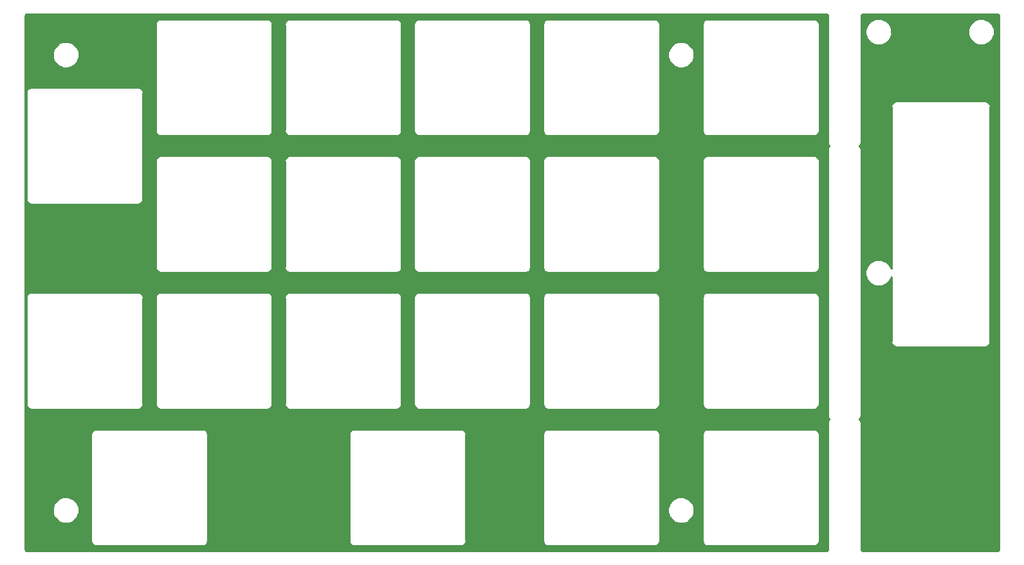
<source format=gbl>
G04 #@! TF.GenerationSoftware,KiCad,Pcbnew,(5.1.5)-3*
G04 #@! TF.CreationDate,2021-03-06T01:40:29+09:00*
G04 #@! TF.ProjectId,Setta21_Top,53657474-6132-4315-9f54-6f702e6b6963,rev?*
G04 #@! TF.SameCoordinates,Original*
G04 #@! TF.FileFunction,Copper,L2,Bot*
G04 #@! TF.FilePolarity,Positive*
%FSLAX46Y46*%
G04 Gerber Fmt 4.6, Leading zero omitted, Abs format (unit mm)*
G04 Created by KiCad (PCBNEW (5.1.5)-3) date 2021-03-06 01:40:30*
%MOMM*%
%LPD*%
G04 APERTURE LIST*
%ADD10C,0.254000*%
G04 APERTURE END LIST*
D10*
G36*
X191815000Y-58783736D02*
G01*
X191815001Y-129216263D01*
X191716264Y-129315000D01*
X173783736Y-129315000D01*
X173685000Y-129216264D01*
X173685000Y-112567462D01*
X173698419Y-112500000D01*
X173645255Y-112232727D01*
X173493857Y-112006143D01*
X173484663Y-112000000D01*
X173493857Y-111993857D01*
X173645255Y-111767273D01*
X173685000Y-111567462D01*
X173698419Y-111500000D01*
X173685000Y-111432538D01*
X173685000Y-92461593D01*
X174254677Y-92461593D01*
X174265000Y-92778284D01*
X174265000Y-93095113D01*
X174276210Y-93122176D01*
X174277164Y-93151453D01*
X174497901Y-93684359D01*
X174511293Y-93689716D01*
X174529138Y-93732799D01*
X175017201Y-94220862D01*
X175060284Y-94238707D01*
X175065641Y-94252099D01*
X175362171Y-94363753D01*
X175654887Y-94485000D01*
X175684177Y-94485000D01*
X175711593Y-94495323D01*
X176028284Y-94485000D01*
X176345113Y-94485000D01*
X176372176Y-94473790D01*
X176401453Y-94472836D01*
X176934359Y-94252099D01*
X176939716Y-94238707D01*
X176982799Y-94220862D01*
X177470862Y-93732799D01*
X177488707Y-93689716D01*
X177502099Y-93684359D01*
X177613753Y-93387829D01*
X177665000Y-93264107D01*
X177665000Y-101732538D01*
X177651581Y-101800000D01*
X177704745Y-102067273D01*
X177856143Y-102293857D01*
X178082727Y-102445255D01*
X178350000Y-102498419D01*
X178417461Y-102485000D01*
X189932539Y-102485000D01*
X190000000Y-102498419D01*
X190267273Y-102445255D01*
X190493857Y-102293857D01*
X190645255Y-102067273D01*
X190685000Y-101867462D01*
X190685000Y-101867461D01*
X190698419Y-101800000D01*
X190685000Y-101732538D01*
X190685000Y-70867462D01*
X190698419Y-70800000D01*
X190645255Y-70532727D01*
X190493857Y-70306143D01*
X190267273Y-70154745D01*
X190067462Y-70115000D01*
X190067461Y-70115000D01*
X190000000Y-70101581D01*
X189932538Y-70115000D01*
X178417462Y-70115000D01*
X178350000Y-70101581D01*
X178282539Y-70115000D01*
X178282538Y-70115000D01*
X178082727Y-70154745D01*
X177856143Y-70306143D01*
X177704745Y-70532727D01*
X177651581Y-70800000D01*
X177665001Y-70867467D01*
X177665000Y-92208919D01*
X177502099Y-91815641D01*
X177488707Y-91810284D01*
X177470862Y-91767201D01*
X176982799Y-91279138D01*
X176939716Y-91261293D01*
X176934359Y-91247901D01*
X176637829Y-91136247D01*
X176345113Y-91015000D01*
X176315823Y-91015000D01*
X176288407Y-91004677D01*
X175971716Y-91015000D01*
X175654887Y-91015000D01*
X175627824Y-91026210D01*
X175598547Y-91027164D01*
X175065641Y-91247901D01*
X175060284Y-91261293D01*
X175017201Y-91279138D01*
X174529138Y-91767201D01*
X174511293Y-91810284D01*
X174497901Y-91815641D01*
X174386247Y-92112171D01*
X174265000Y-92404887D01*
X174265000Y-92434177D01*
X174254677Y-92461593D01*
X173685000Y-92461593D01*
X173685000Y-76567462D01*
X173698419Y-76500000D01*
X173645255Y-76232727D01*
X173493857Y-76006143D01*
X173484663Y-76000000D01*
X173493857Y-75993857D01*
X173645255Y-75767273D01*
X173698419Y-75500000D01*
X173685000Y-75432538D01*
X173685000Y-60711593D01*
X174254677Y-60711593D01*
X174265000Y-61028284D01*
X174265000Y-61345113D01*
X174276210Y-61372176D01*
X174277164Y-61401453D01*
X174497901Y-61934359D01*
X174511293Y-61939716D01*
X174529138Y-61982799D01*
X175017201Y-62470862D01*
X175060284Y-62488707D01*
X175065641Y-62502099D01*
X175362171Y-62613753D01*
X175654887Y-62735000D01*
X175684177Y-62735000D01*
X175711593Y-62745323D01*
X176028284Y-62735000D01*
X176345113Y-62735000D01*
X176372176Y-62723790D01*
X176401453Y-62722836D01*
X176934359Y-62502099D01*
X176939716Y-62488707D01*
X176982799Y-62470862D01*
X177470862Y-61982799D01*
X177488707Y-61939716D01*
X177502099Y-61934359D01*
X177613753Y-61637829D01*
X177735000Y-61345113D01*
X177735000Y-61315823D01*
X177745323Y-61288407D01*
X177735000Y-60971716D01*
X177735000Y-60711593D01*
X187754677Y-60711593D01*
X187765000Y-61028284D01*
X187765000Y-61345113D01*
X187776210Y-61372176D01*
X187777164Y-61401453D01*
X187997901Y-61934359D01*
X188011293Y-61939716D01*
X188029138Y-61982799D01*
X188517201Y-62470862D01*
X188560284Y-62488707D01*
X188565641Y-62502099D01*
X188862171Y-62613753D01*
X189154887Y-62735000D01*
X189184177Y-62735000D01*
X189211593Y-62745323D01*
X189528284Y-62735000D01*
X189845113Y-62735000D01*
X189872176Y-62723790D01*
X189901453Y-62722836D01*
X190434359Y-62502099D01*
X190439716Y-62488707D01*
X190482799Y-62470862D01*
X190970862Y-61982799D01*
X190988707Y-61939716D01*
X191002099Y-61934359D01*
X191113753Y-61637829D01*
X191235000Y-61345113D01*
X191235000Y-61315823D01*
X191245323Y-61288407D01*
X191235000Y-60971716D01*
X191235000Y-60654887D01*
X191223790Y-60627824D01*
X191222836Y-60598547D01*
X191002099Y-60065641D01*
X190988707Y-60060284D01*
X190970862Y-60017201D01*
X190482799Y-59529138D01*
X190439716Y-59511293D01*
X190434359Y-59497901D01*
X190137829Y-59386247D01*
X189845113Y-59265000D01*
X189815823Y-59265000D01*
X189788407Y-59254677D01*
X189471716Y-59265000D01*
X189154887Y-59265000D01*
X189127824Y-59276210D01*
X189098547Y-59277164D01*
X188565641Y-59497901D01*
X188560284Y-59511293D01*
X188517201Y-59529138D01*
X188029138Y-60017201D01*
X188011293Y-60060284D01*
X187997901Y-60065641D01*
X187886247Y-60362171D01*
X187765000Y-60654887D01*
X187765000Y-60684177D01*
X187754677Y-60711593D01*
X177735000Y-60711593D01*
X177735000Y-60654887D01*
X177723790Y-60627824D01*
X177722836Y-60598547D01*
X177502099Y-60065641D01*
X177488707Y-60060284D01*
X177470862Y-60017201D01*
X176982799Y-59529138D01*
X176939716Y-59511293D01*
X176934359Y-59497901D01*
X176637829Y-59386247D01*
X176345113Y-59265000D01*
X176315823Y-59265000D01*
X176288407Y-59254677D01*
X175971716Y-59265000D01*
X175654887Y-59265000D01*
X175627824Y-59276210D01*
X175598547Y-59277164D01*
X175065641Y-59497901D01*
X175060284Y-59511293D01*
X175017201Y-59529138D01*
X174529138Y-60017201D01*
X174511293Y-60060284D01*
X174497901Y-60065641D01*
X174386247Y-60362171D01*
X174265000Y-60654887D01*
X174265000Y-60684177D01*
X174254677Y-60711593D01*
X173685000Y-60711593D01*
X173685000Y-58783736D01*
X173783736Y-58685000D01*
X191716264Y-58685000D01*
X191815000Y-58783736D01*
G37*
X191815000Y-58783736D02*
X191815001Y-129216263D01*
X191716264Y-129315000D01*
X173783736Y-129315000D01*
X173685000Y-129216264D01*
X173685000Y-112567462D01*
X173698419Y-112500000D01*
X173645255Y-112232727D01*
X173493857Y-112006143D01*
X173484663Y-112000000D01*
X173493857Y-111993857D01*
X173645255Y-111767273D01*
X173685000Y-111567462D01*
X173698419Y-111500000D01*
X173685000Y-111432538D01*
X173685000Y-92461593D01*
X174254677Y-92461593D01*
X174265000Y-92778284D01*
X174265000Y-93095113D01*
X174276210Y-93122176D01*
X174277164Y-93151453D01*
X174497901Y-93684359D01*
X174511293Y-93689716D01*
X174529138Y-93732799D01*
X175017201Y-94220862D01*
X175060284Y-94238707D01*
X175065641Y-94252099D01*
X175362171Y-94363753D01*
X175654887Y-94485000D01*
X175684177Y-94485000D01*
X175711593Y-94495323D01*
X176028284Y-94485000D01*
X176345113Y-94485000D01*
X176372176Y-94473790D01*
X176401453Y-94472836D01*
X176934359Y-94252099D01*
X176939716Y-94238707D01*
X176982799Y-94220862D01*
X177470862Y-93732799D01*
X177488707Y-93689716D01*
X177502099Y-93684359D01*
X177613753Y-93387829D01*
X177665000Y-93264107D01*
X177665000Y-101732538D01*
X177651581Y-101800000D01*
X177704745Y-102067273D01*
X177856143Y-102293857D01*
X178082727Y-102445255D01*
X178350000Y-102498419D01*
X178417461Y-102485000D01*
X189932539Y-102485000D01*
X190000000Y-102498419D01*
X190267273Y-102445255D01*
X190493857Y-102293857D01*
X190645255Y-102067273D01*
X190685000Y-101867462D01*
X190685000Y-101867461D01*
X190698419Y-101800000D01*
X190685000Y-101732538D01*
X190685000Y-70867462D01*
X190698419Y-70800000D01*
X190645255Y-70532727D01*
X190493857Y-70306143D01*
X190267273Y-70154745D01*
X190067462Y-70115000D01*
X190067461Y-70115000D01*
X190000000Y-70101581D01*
X189932538Y-70115000D01*
X178417462Y-70115000D01*
X178350000Y-70101581D01*
X178282539Y-70115000D01*
X178282538Y-70115000D01*
X178082727Y-70154745D01*
X177856143Y-70306143D01*
X177704745Y-70532727D01*
X177651581Y-70800000D01*
X177665001Y-70867467D01*
X177665000Y-92208919D01*
X177502099Y-91815641D01*
X177488707Y-91810284D01*
X177470862Y-91767201D01*
X176982799Y-91279138D01*
X176939716Y-91261293D01*
X176934359Y-91247901D01*
X176637829Y-91136247D01*
X176345113Y-91015000D01*
X176315823Y-91015000D01*
X176288407Y-91004677D01*
X175971716Y-91015000D01*
X175654887Y-91015000D01*
X175627824Y-91026210D01*
X175598547Y-91027164D01*
X175065641Y-91247901D01*
X175060284Y-91261293D01*
X175017201Y-91279138D01*
X174529138Y-91767201D01*
X174511293Y-91810284D01*
X174497901Y-91815641D01*
X174386247Y-92112171D01*
X174265000Y-92404887D01*
X174265000Y-92434177D01*
X174254677Y-92461593D01*
X173685000Y-92461593D01*
X173685000Y-76567462D01*
X173698419Y-76500000D01*
X173645255Y-76232727D01*
X173493857Y-76006143D01*
X173484663Y-76000000D01*
X173493857Y-75993857D01*
X173645255Y-75767273D01*
X173698419Y-75500000D01*
X173685000Y-75432538D01*
X173685000Y-60711593D01*
X174254677Y-60711593D01*
X174265000Y-61028284D01*
X174265000Y-61345113D01*
X174276210Y-61372176D01*
X174277164Y-61401453D01*
X174497901Y-61934359D01*
X174511293Y-61939716D01*
X174529138Y-61982799D01*
X175017201Y-62470862D01*
X175060284Y-62488707D01*
X175065641Y-62502099D01*
X175362171Y-62613753D01*
X175654887Y-62735000D01*
X175684177Y-62735000D01*
X175711593Y-62745323D01*
X176028284Y-62735000D01*
X176345113Y-62735000D01*
X176372176Y-62723790D01*
X176401453Y-62722836D01*
X176934359Y-62502099D01*
X176939716Y-62488707D01*
X176982799Y-62470862D01*
X177470862Y-61982799D01*
X177488707Y-61939716D01*
X177502099Y-61934359D01*
X177613753Y-61637829D01*
X177735000Y-61345113D01*
X177735000Y-61315823D01*
X177745323Y-61288407D01*
X177735000Y-60971716D01*
X177735000Y-60711593D01*
X187754677Y-60711593D01*
X187765000Y-61028284D01*
X187765000Y-61345113D01*
X187776210Y-61372176D01*
X187777164Y-61401453D01*
X187997901Y-61934359D01*
X188011293Y-61939716D01*
X188029138Y-61982799D01*
X188517201Y-62470862D01*
X188560284Y-62488707D01*
X188565641Y-62502099D01*
X188862171Y-62613753D01*
X189154887Y-62735000D01*
X189184177Y-62735000D01*
X189211593Y-62745323D01*
X189528284Y-62735000D01*
X189845113Y-62735000D01*
X189872176Y-62723790D01*
X189901453Y-62722836D01*
X190434359Y-62502099D01*
X190439716Y-62488707D01*
X190482799Y-62470862D01*
X190970862Y-61982799D01*
X190988707Y-61939716D01*
X191002099Y-61934359D01*
X191113753Y-61637829D01*
X191235000Y-61345113D01*
X191235000Y-61315823D01*
X191245323Y-61288407D01*
X191235000Y-60971716D01*
X191235000Y-60654887D01*
X191223790Y-60627824D01*
X191222836Y-60598547D01*
X191002099Y-60065641D01*
X190988707Y-60060284D01*
X190970862Y-60017201D01*
X190482799Y-59529138D01*
X190439716Y-59511293D01*
X190434359Y-59497901D01*
X190137829Y-59386247D01*
X189845113Y-59265000D01*
X189815823Y-59265000D01*
X189788407Y-59254677D01*
X189471716Y-59265000D01*
X189154887Y-59265000D01*
X189127824Y-59276210D01*
X189098547Y-59277164D01*
X188565641Y-59497901D01*
X188560284Y-59511293D01*
X188517201Y-59529138D01*
X188029138Y-60017201D01*
X188011293Y-60060284D01*
X187997901Y-60065641D01*
X187886247Y-60362171D01*
X187765000Y-60654887D01*
X187765000Y-60684177D01*
X187754677Y-60711593D01*
X177735000Y-60711593D01*
X177735000Y-60654887D01*
X177723790Y-60627824D01*
X177722836Y-60598547D01*
X177502099Y-60065641D01*
X177488707Y-60060284D01*
X177470862Y-60017201D01*
X176982799Y-59529138D01*
X176939716Y-59511293D01*
X176934359Y-59497901D01*
X176637829Y-59386247D01*
X176345113Y-59265000D01*
X176315823Y-59265000D01*
X176288407Y-59254677D01*
X175971716Y-59265000D01*
X175654887Y-59265000D01*
X175627824Y-59276210D01*
X175598547Y-59277164D01*
X175065641Y-59497901D01*
X175060284Y-59511293D01*
X175017201Y-59529138D01*
X174529138Y-60017201D01*
X174511293Y-60060284D01*
X174497901Y-60065641D01*
X174386247Y-60362171D01*
X174265000Y-60654887D01*
X174265000Y-60684177D01*
X174254677Y-60711593D01*
X173685000Y-60711593D01*
X173685000Y-58783736D01*
X173783736Y-58685000D01*
X191716264Y-58685000D01*
X191815000Y-58783736D01*
G36*
X169315001Y-58783737D02*
G01*
X169315000Y-75432538D01*
X169301581Y-75500000D01*
X169354745Y-75767273D01*
X169506143Y-75993857D01*
X169515337Y-76000000D01*
X169506143Y-76006143D01*
X169354745Y-76232727D01*
X169301581Y-76500000D01*
X169315000Y-76567462D01*
X169315001Y-111432533D01*
X169301581Y-111500000D01*
X169354745Y-111767273D01*
X169506143Y-111993857D01*
X169515337Y-112000000D01*
X169506143Y-112006143D01*
X169354745Y-112232727D01*
X169301581Y-112500000D01*
X169315000Y-112567462D01*
X169315001Y-129216263D01*
X169216264Y-129315000D01*
X63783736Y-129315000D01*
X63685000Y-129216264D01*
X63685000Y-123711593D01*
X67254677Y-123711593D01*
X67265000Y-124028284D01*
X67265000Y-124345113D01*
X67276210Y-124372176D01*
X67277164Y-124401453D01*
X67497901Y-124934359D01*
X67511293Y-124939716D01*
X67529138Y-124982799D01*
X68017201Y-125470862D01*
X68060284Y-125488707D01*
X68065641Y-125502099D01*
X68362171Y-125613753D01*
X68654887Y-125735000D01*
X68684177Y-125735000D01*
X68711593Y-125745323D01*
X69028284Y-125735000D01*
X69345113Y-125735000D01*
X69372176Y-125723790D01*
X69401453Y-125722836D01*
X69934359Y-125502099D01*
X69939716Y-125488707D01*
X69982799Y-125470862D01*
X70470862Y-124982799D01*
X70488707Y-124939716D01*
X70502099Y-124934359D01*
X70613753Y-124637829D01*
X70735000Y-124345113D01*
X70735000Y-124315823D01*
X70745323Y-124288407D01*
X70735000Y-123971716D01*
X70735000Y-123654887D01*
X70723790Y-123627824D01*
X70722836Y-123598547D01*
X70502099Y-123065641D01*
X70488707Y-123060284D01*
X70470862Y-123017201D01*
X69982799Y-122529138D01*
X69939716Y-122511293D01*
X69934359Y-122497901D01*
X69637829Y-122386247D01*
X69345113Y-122265000D01*
X69315823Y-122265000D01*
X69288407Y-122254677D01*
X68971716Y-122265000D01*
X68654887Y-122265000D01*
X68627824Y-122276210D01*
X68598547Y-122277164D01*
X68065641Y-122497901D01*
X68060284Y-122511293D01*
X68017201Y-122529138D01*
X67529138Y-123017201D01*
X67511293Y-123060284D01*
X67497901Y-123065641D01*
X67386247Y-123362171D01*
X67265000Y-123654887D01*
X67265000Y-123684177D01*
X67254677Y-123711593D01*
X63685000Y-123711593D01*
X63685000Y-114000000D01*
X72301581Y-114000000D01*
X72315001Y-114067467D01*
X72315000Y-127932538D01*
X72301581Y-128000000D01*
X72354745Y-128267273D01*
X72506143Y-128493857D01*
X72732727Y-128645255D01*
X73000000Y-128698419D01*
X73067461Y-128685000D01*
X86932539Y-128685000D01*
X87000000Y-128698419D01*
X87267273Y-128645255D01*
X87493857Y-128493857D01*
X87645255Y-128267273D01*
X87685000Y-128067462D01*
X87685000Y-128067461D01*
X87698419Y-128000000D01*
X87685000Y-127932538D01*
X87685000Y-114067462D01*
X87698419Y-114000000D01*
X106301581Y-114000000D01*
X106315000Y-114067462D01*
X106315001Y-127932533D01*
X106301581Y-128000000D01*
X106354745Y-128267273D01*
X106506143Y-128493857D01*
X106732727Y-128645255D01*
X106932538Y-128685000D01*
X106932539Y-128685000D01*
X107000000Y-128698419D01*
X107067462Y-128685000D01*
X120932538Y-128685000D01*
X121000000Y-128698419D01*
X121067461Y-128685000D01*
X121067462Y-128685000D01*
X121267273Y-128645255D01*
X121493857Y-128493857D01*
X121645255Y-128267273D01*
X121698419Y-128000000D01*
X121685000Y-127932538D01*
X121685000Y-114067462D01*
X121698419Y-114000000D01*
X131801581Y-114000000D01*
X131815000Y-114067462D01*
X131815001Y-127932533D01*
X131801581Y-128000000D01*
X131854745Y-128267273D01*
X132006143Y-128493857D01*
X132232727Y-128645255D01*
X132432538Y-128685000D01*
X132432539Y-128685000D01*
X132500000Y-128698419D01*
X132567462Y-128685000D01*
X146432538Y-128685000D01*
X146500000Y-128698419D01*
X146567461Y-128685000D01*
X146567462Y-128685000D01*
X146767273Y-128645255D01*
X146993857Y-128493857D01*
X147145255Y-128267273D01*
X147198419Y-128000000D01*
X147185000Y-127932538D01*
X147185000Y-123711593D01*
X148254677Y-123711593D01*
X148265000Y-124028284D01*
X148265000Y-124345113D01*
X148276210Y-124372176D01*
X148277164Y-124401453D01*
X148497901Y-124934359D01*
X148511293Y-124939716D01*
X148529138Y-124982799D01*
X149017201Y-125470862D01*
X149060284Y-125488707D01*
X149065641Y-125502099D01*
X149362171Y-125613753D01*
X149654887Y-125735000D01*
X149684177Y-125735000D01*
X149711593Y-125745323D01*
X150028284Y-125735000D01*
X150345113Y-125735000D01*
X150372176Y-125723790D01*
X150401453Y-125722836D01*
X150934359Y-125502099D01*
X150939716Y-125488707D01*
X150982799Y-125470862D01*
X151470862Y-124982799D01*
X151488707Y-124939716D01*
X151502099Y-124934359D01*
X151613753Y-124637829D01*
X151735000Y-124345113D01*
X151735000Y-124315823D01*
X151745323Y-124288407D01*
X151735000Y-123971716D01*
X151735000Y-123654887D01*
X151723790Y-123627824D01*
X151722836Y-123598547D01*
X151502099Y-123065641D01*
X151488707Y-123060284D01*
X151470862Y-123017201D01*
X150982799Y-122529138D01*
X150939716Y-122511293D01*
X150934359Y-122497901D01*
X150637829Y-122386247D01*
X150345113Y-122265000D01*
X150315823Y-122265000D01*
X150288407Y-122254677D01*
X149971716Y-122265000D01*
X149654887Y-122265000D01*
X149627824Y-122276210D01*
X149598547Y-122277164D01*
X149065641Y-122497901D01*
X149060284Y-122511293D01*
X149017201Y-122529138D01*
X148529138Y-123017201D01*
X148511293Y-123060284D01*
X148497901Y-123065641D01*
X148386247Y-123362171D01*
X148265000Y-123654887D01*
X148265000Y-123684177D01*
X148254677Y-123711593D01*
X147185000Y-123711593D01*
X147185000Y-114067462D01*
X147198419Y-114000000D01*
X152801581Y-114000000D01*
X152815000Y-114067462D01*
X152815001Y-127932533D01*
X152801581Y-128000000D01*
X152854745Y-128267273D01*
X153006143Y-128493857D01*
X153232727Y-128645255D01*
X153432538Y-128685000D01*
X153432539Y-128685000D01*
X153500000Y-128698419D01*
X153567462Y-128685000D01*
X167432538Y-128685000D01*
X167500000Y-128698419D01*
X167567461Y-128685000D01*
X167567462Y-128685000D01*
X167767273Y-128645255D01*
X167993857Y-128493857D01*
X168145255Y-128267273D01*
X168198419Y-128000000D01*
X168185000Y-127932538D01*
X168185000Y-114067462D01*
X168198419Y-114000000D01*
X168145255Y-113732727D01*
X167993857Y-113506143D01*
X167767273Y-113354745D01*
X167567462Y-113315000D01*
X167500000Y-113301581D01*
X167432539Y-113315000D01*
X153567461Y-113315000D01*
X153500000Y-113301581D01*
X153432538Y-113315000D01*
X153232727Y-113354745D01*
X153006143Y-113506143D01*
X152854745Y-113732727D01*
X152801581Y-114000000D01*
X147198419Y-114000000D01*
X147145255Y-113732727D01*
X146993857Y-113506143D01*
X146767273Y-113354745D01*
X146567462Y-113315000D01*
X146500000Y-113301581D01*
X146432539Y-113315000D01*
X132567461Y-113315000D01*
X132500000Y-113301581D01*
X132432538Y-113315000D01*
X132232727Y-113354745D01*
X132006143Y-113506143D01*
X131854745Y-113732727D01*
X131801581Y-114000000D01*
X121698419Y-114000000D01*
X121645255Y-113732727D01*
X121493857Y-113506143D01*
X121267273Y-113354745D01*
X121067462Y-113315000D01*
X121000000Y-113301581D01*
X120932539Y-113315000D01*
X107067461Y-113315000D01*
X107000000Y-113301581D01*
X106932538Y-113315000D01*
X106732727Y-113354745D01*
X106506143Y-113506143D01*
X106354745Y-113732727D01*
X106301581Y-114000000D01*
X87698419Y-114000000D01*
X87645255Y-113732727D01*
X87493857Y-113506143D01*
X87267273Y-113354745D01*
X87067462Y-113315000D01*
X87067461Y-113315000D01*
X87000000Y-113301581D01*
X86932538Y-113315000D01*
X73067462Y-113315000D01*
X73000000Y-113301581D01*
X72932539Y-113315000D01*
X72932538Y-113315000D01*
X72732727Y-113354745D01*
X72506143Y-113506143D01*
X72354745Y-113732727D01*
X72301581Y-114000000D01*
X63685000Y-114000000D01*
X63685000Y-96000000D01*
X63801581Y-96000000D01*
X63815000Y-96067462D01*
X63815001Y-109932533D01*
X63801581Y-110000000D01*
X63854745Y-110267273D01*
X64006143Y-110493857D01*
X64232727Y-110645255D01*
X64432538Y-110685000D01*
X64432539Y-110685000D01*
X64500000Y-110698419D01*
X64567462Y-110685000D01*
X78432538Y-110685000D01*
X78500000Y-110698419D01*
X78567461Y-110685000D01*
X78567462Y-110685000D01*
X78767273Y-110645255D01*
X78993857Y-110493857D01*
X79145255Y-110267273D01*
X79198419Y-110000000D01*
X79185000Y-109932538D01*
X79185000Y-96067462D01*
X79198419Y-96000000D01*
X80801581Y-96000000D01*
X80815000Y-96067462D01*
X80815001Y-109932533D01*
X80801581Y-110000000D01*
X80854745Y-110267273D01*
X81006143Y-110493857D01*
X81232727Y-110645255D01*
X81432538Y-110685000D01*
X81432539Y-110685000D01*
X81500000Y-110698419D01*
X81567462Y-110685000D01*
X95432538Y-110685000D01*
X95500000Y-110698419D01*
X95567461Y-110685000D01*
X95567462Y-110685000D01*
X95767273Y-110645255D01*
X95993857Y-110493857D01*
X96145255Y-110267273D01*
X96198419Y-110000000D01*
X96185000Y-109932538D01*
X96185000Y-96067462D01*
X96198419Y-96000000D01*
X97801581Y-96000000D01*
X97815000Y-96067462D01*
X97815001Y-109932533D01*
X97801581Y-110000000D01*
X97854745Y-110267273D01*
X98006143Y-110493857D01*
X98232727Y-110645255D01*
X98432538Y-110685000D01*
X98432539Y-110685000D01*
X98500000Y-110698419D01*
X98567462Y-110685000D01*
X112432538Y-110685000D01*
X112500000Y-110698419D01*
X112567461Y-110685000D01*
X112567462Y-110685000D01*
X112767273Y-110645255D01*
X112993857Y-110493857D01*
X113145255Y-110267273D01*
X113198419Y-110000000D01*
X113185000Y-109932538D01*
X113185000Y-96067462D01*
X113198419Y-96000000D01*
X114801581Y-96000000D01*
X114815000Y-96067462D01*
X114815001Y-109932533D01*
X114801581Y-110000000D01*
X114854745Y-110267273D01*
X115006143Y-110493857D01*
X115232727Y-110645255D01*
X115432538Y-110685000D01*
X115432539Y-110685000D01*
X115500000Y-110698419D01*
X115567462Y-110685000D01*
X129432538Y-110685000D01*
X129500000Y-110698419D01*
X129567461Y-110685000D01*
X129567462Y-110685000D01*
X129767273Y-110645255D01*
X129993857Y-110493857D01*
X130145255Y-110267273D01*
X130198419Y-110000000D01*
X130185000Y-109932538D01*
X130185000Y-96067462D01*
X130198419Y-96000000D01*
X131801581Y-96000000D01*
X131815000Y-96067462D01*
X131815001Y-109932533D01*
X131801581Y-110000000D01*
X131854745Y-110267273D01*
X132006143Y-110493857D01*
X132232727Y-110645255D01*
X132432538Y-110685000D01*
X132432539Y-110685000D01*
X132500000Y-110698419D01*
X132567462Y-110685000D01*
X146432538Y-110685000D01*
X146500000Y-110698419D01*
X146567461Y-110685000D01*
X146567462Y-110685000D01*
X146767273Y-110645255D01*
X146993857Y-110493857D01*
X147145255Y-110267273D01*
X147198419Y-110000000D01*
X147185000Y-109932538D01*
X147185000Y-96067462D01*
X147198419Y-96000000D01*
X152801581Y-96000000D01*
X152815000Y-96067462D01*
X152815001Y-109932533D01*
X152801581Y-110000000D01*
X152854745Y-110267273D01*
X153006143Y-110493857D01*
X153232727Y-110645255D01*
X153432538Y-110685000D01*
X153432539Y-110685000D01*
X153500000Y-110698419D01*
X153567462Y-110685000D01*
X167432538Y-110685000D01*
X167500000Y-110698419D01*
X167567461Y-110685000D01*
X167567462Y-110685000D01*
X167767273Y-110645255D01*
X167993857Y-110493857D01*
X168145255Y-110267273D01*
X168198419Y-110000000D01*
X168185000Y-109932538D01*
X168185000Y-96067462D01*
X168198419Y-96000000D01*
X168145255Y-95732727D01*
X167993857Y-95506143D01*
X167767273Y-95354745D01*
X167567462Y-95315000D01*
X167500000Y-95301581D01*
X167432539Y-95315000D01*
X153567461Y-95315000D01*
X153500000Y-95301581D01*
X153432538Y-95315000D01*
X153232727Y-95354745D01*
X153006143Y-95506143D01*
X152854745Y-95732727D01*
X152801581Y-96000000D01*
X147198419Y-96000000D01*
X147145255Y-95732727D01*
X146993857Y-95506143D01*
X146767273Y-95354745D01*
X146567462Y-95315000D01*
X146500000Y-95301581D01*
X146432539Y-95315000D01*
X132567461Y-95315000D01*
X132500000Y-95301581D01*
X132432538Y-95315000D01*
X132232727Y-95354745D01*
X132006143Y-95506143D01*
X131854745Y-95732727D01*
X131801581Y-96000000D01*
X130198419Y-96000000D01*
X130145255Y-95732727D01*
X129993857Y-95506143D01*
X129767273Y-95354745D01*
X129567462Y-95315000D01*
X129500000Y-95301581D01*
X129432539Y-95315000D01*
X115567461Y-95315000D01*
X115500000Y-95301581D01*
X115432538Y-95315000D01*
X115232727Y-95354745D01*
X115006143Y-95506143D01*
X114854745Y-95732727D01*
X114801581Y-96000000D01*
X113198419Y-96000000D01*
X113145255Y-95732727D01*
X112993857Y-95506143D01*
X112767273Y-95354745D01*
X112567462Y-95315000D01*
X112500000Y-95301581D01*
X112432539Y-95315000D01*
X98567461Y-95315000D01*
X98500000Y-95301581D01*
X98432538Y-95315000D01*
X98232727Y-95354745D01*
X98006143Y-95506143D01*
X97854745Y-95732727D01*
X97801581Y-96000000D01*
X96198419Y-96000000D01*
X96145255Y-95732727D01*
X95993857Y-95506143D01*
X95767273Y-95354745D01*
X95567462Y-95315000D01*
X95500000Y-95301581D01*
X95432539Y-95315000D01*
X81567461Y-95315000D01*
X81500000Y-95301581D01*
X81432538Y-95315000D01*
X81232727Y-95354745D01*
X81006143Y-95506143D01*
X80854745Y-95732727D01*
X80801581Y-96000000D01*
X79198419Y-96000000D01*
X79145255Y-95732727D01*
X78993857Y-95506143D01*
X78767273Y-95354745D01*
X78567462Y-95315000D01*
X78500000Y-95301581D01*
X78432539Y-95315000D01*
X64567461Y-95315000D01*
X64500000Y-95301581D01*
X64432538Y-95315000D01*
X64232727Y-95354745D01*
X64006143Y-95506143D01*
X63854745Y-95732727D01*
X63801581Y-96000000D01*
X63685000Y-96000000D01*
X63685000Y-69000000D01*
X63801581Y-69000000D01*
X63815001Y-69067467D01*
X63815000Y-82932538D01*
X63801581Y-83000000D01*
X63854745Y-83267273D01*
X64006143Y-83493857D01*
X64232727Y-83645255D01*
X64500000Y-83698419D01*
X64567461Y-83685000D01*
X78432539Y-83685000D01*
X78500000Y-83698419D01*
X78767273Y-83645255D01*
X78993857Y-83493857D01*
X79145255Y-83267273D01*
X79185000Y-83067462D01*
X79185000Y-83067461D01*
X79198419Y-83000000D01*
X79185000Y-82932538D01*
X79185000Y-78000000D01*
X80801581Y-78000000D01*
X80815000Y-78067462D01*
X80815001Y-91907533D01*
X80801581Y-91975000D01*
X80854745Y-92242273D01*
X81006143Y-92468857D01*
X81232727Y-92620255D01*
X81432538Y-92660000D01*
X81432539Y-92660000D01*
X81500000Y-92673419D01*
X81567462Y-92660000D01*
X95432538Y-92660000D01*
X95500000Y-92673419D01*
X95567461Y-92660000D01*
X95567462Y-92660000D01*
X95767273Y-92620255D01*
X95993857Y-92468857D01*
X96145255Y-92242273D01*
X96198419Y-91975000D01*
X96185000Y-91907538D01*
X96185000Y-78067462D01*
X96198419Y-78000000D01*
X97801581Y-78000000D01*
X97815000Y-78067462D01*
X97815001Y-91932533D01*
X97801581Y-92000000D01*
X97854745Y-92267273D01*
X98006143Y-92493857D01*
X98232727Y-92645255D01*
X98432538Y-92685000D01*
X98432539Y-92685000D01*
X98500000Y-92698419D01*
X98567462Y-92685000D01*
X112432538Y-92685000D01*
X112500000Y-92698419D01*
X112567461Y-92685000D01*
X112567462Y-92685000D01*
X112767273Y-92645255D01*
X112993857Y-92493857D01*
X113145255Y-92267273D01*
X113198419Y-92000000D01*
X113185000Y-91932538D01*
X113185000Y-78067462D01*
X113198419Y-78000000D01*
X114801581Y-78000000D01*
X114815000Y-78067462D01*
X114815001Y-91932533D01*
X114801581Y-92000000D01*
X114854745Y-92267273D01*
X115006143Y-92493857D01*
X115232727Y-92645255D01*
X115432538Y-92685000D01*
X115432539Y-92685000D01*
X115500000Y-92698419D01*
X115567462Y-92685000D01*
X129432538Y-92685000D01*
X129500000Y-92698419D01*
X129567461Y-92685000D01*
X129567462Y-92685000D01*
X129767273Y-92645255D01*
X129993857Y-92493857D01*
X130145255Y-92267273D01*
X130198419Y-92000000D01*
X130185000Y-91932538D01*
X130185000Y-78067462D01*
X130198419Y-78000000D01*
X131801581Y-78000000D01*
X131815000Y-78067462D01*
X131815001Y-91932533D01*
X131801581Y-92000000D01*
X131854745Y-92267273D01*
X132006143Y-92493857D01*
X132232727Y-92645255D01*
X132432538Y-92685000D01*
X132432539Y-92685000D01*
X132500000Y-92698419D01*
X132567462Y-92685000D01*
X146432538Y-92685000D01*
X146500000Y-92698419D01*
X146567461Y-92685000D01*
X146567462Y-92685000D01*
X146767273Y-92645255D01*
X146993857Y-92493857D01*
X147145255Y-92267273D01*
X147198419Y-92000000D01*
X147185000Y-91932538D01*
X147185000Y-78067462D01*
X147198419Y-78000000D01*
X152801581Y-78000000D01*
X152815000Y-78067462D01*
X152815001Y-91932533D01*
X152801581Y-92000000D01*
X152854745Y-92267273D01*
X153006143Y-92493857D01*
X153232727Y-92645255D01*
X153432538Y-92685000D01*
X153432539Y-92685000D01*
X153500000Y-92698419D01*
X153567462Y-92685000D01*
X167432538Y-92685000D01*
X167500000Y-92698419D01*
X167567461Y-92685000D01*
X167567462Y-92685000D01*
X167767273Y-92645255D01*
X167993857Y-92493857D01*
X168145255Y-92267273D01*
X168198419Y-92000000D01*
X168185000Y-91932538D01*
X168185000Y-78067462D01*
X168198419Y-78000000D01*
X168145255Y-77732727D01*
X167993857Y-77506143D01*
X167767273Y-77354745D01*
X167567462Y-77315000D01*
X167500000Y-77301581D01*
X167432539Y-77315000D01*
X153567461Y-77315000D01*
X153500000Y-77301581D01*
X153432538Y-77315000D01*
X153232727Y-77354745D01*
X153006143Y-77506143D01*
X152854745Y-77732727D01*
X152801581Y-78000000D01*
X147198419Y-78000000D01*
X147145255Y-77732727D01*
X146993857Y-77506143D01*
X146767273Y-77354745D01*
X146567462Y-77315000D01*
X146500000Y-77301581D01*
X146432539Y-77315000D01*
X132567461Y-77315000D01*
X132500000Y-77301581D01*
X132432538Y-77315000D01*
X132232727Y-77354745D01*
X132006143Y-77506143D01*
X131854745Y-77732727D01*
X131801581Y-78000000D01*
X130198419Y-78000000D01*
X130145255Y-77732727D01*
X129993857Y-77506143D01*
X129767273Y-77354745D01*
X129567462Y-77315000D01*
X129500000Y-77301581D01*
X129432539Y-77315000D01*
X115567461Y-77315000D01*
X115500000Y-77301581D01*
X115432538Y-77315000D01*
X115232727Y-77354745D01*
X115006143Y-77506143D01*
X114854745Y-77732727D01*
X114801581Y-78000000D01*
X113198419Y-78000000D01*
X113145255Y-77732727D01*
X112993857Y-77506143D01*
X112767273Y-77354745D01*
X112567462Y-77315000D01*
X112500000Y-77301581D01*
X112432539Y-77315000D01*
X98567461Y-77315000D01*
X98500000Y-77301581D01*
X98432538Y-77315000D01*
X98232727Y-77354745D01*
X98006143Y-77506143D01*
X97854745Y-77732727D01*
X97801581Y-78000000D01*
X96198419Y-78000000D01*
X96145255Y-77732727D01*
X95993857Y-77506143D01*
X95767273Y-77354745D01*
X95567462Y-77315000D01*
X95500000Y-77301581D01*
X95432539Y-77315000D01*
X81567461Y-77315000D01*
X81500000Y-77301581D01*
X81432538Y-77315000D01*
X81232727Y-77354745D01*
X81006143Y-77506143D01*
X80854745Y-77732727D01*
X80801581Y-78000000D01*
X79185000Y-78000000D01*
X79185000Y-69067462D01*
X79198419Y-69000000D01*
X79145255Y-68732727D01*
X78993857Y-68506143D01*
X78767273Y-68354745D01*
X78567462Y-68315000D01*
X78567461Y-68315000D01*
X78500000Y-68301581D01*
X78432538Y-68315000D01*
X64567462Y-68315000D01*
X64500000Y-68301581D01*
X64432539Y-68315000D01*
X64432538Y-68315000D01*
X64232727Y-68354745D01*
X64006143Y-68506143D01*
X63854745Y-68732727D01*
X63801581Y-69000000D01*
X63685000Y-69000000D01*
X63685000Y-63711593D01*
X67254677Y-63711593D01*
X67265000Y-64028284D01*
X67265000Y-64345113D01*
X67276210Y-64372176D01*
X67277164Y-64401453D01*
X67497901Y-64934359D01*
X67511293Y-64939716D01*
X67529138Y-64982799D01*
X68017201Y-65470862D01*
X68060284Y-65488707D01*
X68065641Y-65502099D01*
X68362171Y-65613753D01*
X68654887Y-65735000D01*
X68684177Y-65735000D01*
X68711593Y-65745323D01*
X69028284Y-65735000D01*
X69345113Y-65735000D01*
X69372176Y-65723790D01*
X69401453Y-65722836D01*
X69934359Y-65502099D01*
X69939716Y-65488707D01*
X69982799Y-65470862D01*
X70470862Y-64982799D01*
X70488707Y-64939716D01*
X70502099Y-64934359D01*
X70613753Y-64637829D01*
X70735000Y-64345113D01*
X70735000Y-64315823D01*
X70745323Y-64288407D01*
X70735000Y-63971716D01*
X70735000Y-63654887D01*
X70723790Y-63627824D01*
X70722836Y-63598547D01*
X70502099Y-63065641D01*
X70488707Y-63060284D01*
X70470862Y-63017201D01*
X69982799Y-62529138D01*
X69939716Y-62511293D01*
X69934359Y-62497901D01*
X69637829Y-62386247D01*
X69345113Y-62265000D01*
X69315823Y-62265000D01*
X69288407Y-62254677D01*
X68971716Y-62265000D01*
X68654887Y-62265000D01*
X68627824Y-62276210D01*
X68598547Y-62277164D01*
X68065641Y-62497901D01*
X68060284Y-62511293D01*
X68017201Y-62529138D01*
X67529138Y-63017201D01*
X67511293Y-63060284D01*
X67497901Y-63065641D01*
X67386247Y-63362171D01*
X67265000Y-63654887D01*
X67265000Y-63684177D01*
X67254677Y-63711593D01*
X63685000Y-63711593D01*
X63685000Y-60000000D01*
X80801581Y-60000000D01*
X80815000Y-60067462D01*
X80815001Y-73932533D01*
X80801581Y-74000000D01*
X80854745Y-74267273D01*
X81006143Y-74493857D01*
X81232727Y-74645255D01*
X81432538Y-74685000D01*
X81432539Y-74685000D01*
X81500000Y-74698419D01*
X81567462Y-74685000D01*
X95432538Y-74685000D01*
X95500000Y-74698419D01*
X95567461Y-74685000D01*
X95567462Y-74685000D01*
X95767273Y-74645255D01*
X95993857Y-74493857D01*
X96145255Y-74267273D01*
X96198419Y-74000000D01*
X96185000Y-73932538D01*
X96185000Y-60067462D01*
X96198419Y-60000000D01*
X97801581Y-60000000D01*
X97815000Y-60067462D01*
X97815001Y-73907533D01*
X97801581Y-73975000D01*
X97854745Y-74242273D01*
X98006143Y-74468857D01*
X98232727Y-74620255D01*
X98432538Y-74660000D01*
X98432539Y-74660000D01*
X98500000Y-74673419D01*
X98567462Y-74660000D01*
X112432538Y-74660000D01*
X112500000Y-74673419D01*
X112567461Y-74660000D01*
X112567462Y-74660000D01*
X112767273Y-74620255D01*
X112993857Y-74468857D01*
X113145255Y-74242273D01*
X113180053Y-74067333D01*
X113185000Y-74042462D01*
X113185000Y-74042461D01*
X113198419Y-73975000D01*
X113185000Y-73907538D01*
X113185000Y-60067462D01*
X113198419Y-60000000D01*
X114801581Y-60000000D01*
X114815000Y-60067462D01*
X114815001Y-73932533D01*
X114801581Y-74000000D01*
X114854745Y-74267273D01*
X115006143Y-74493857D01*
X115232727Y-74645255D01*
X115432538Y-74685000D01*
X115432539Y-74685000D01*
X115500000Y-74698419D01*
X115567462Y-74685000D01*
X129432538Y-74685000D01*
X129500000Y-74698419D01*
X129567461Y-74685000D01*
X129567462Y-74685000D01*
X129767273Y-74645255D01*
X129993857Y-74493857D01*
X130145255Y-74267273D01*
X130198419Y-74000000D01*
X130185000Y-73932538D01*
X130185000Y-60067462D01*
X130198419Y-60000000D01*
X131801581Y-60000000D01*
X131815000Y-60067462D01*
X131815001Y-73932533D01*
X131801581Y-74000000D01*
X131854745Y-74267273D01*
X132006143Y-74493857D01*
X132232727Y-74645255D01*
X132432538Y-74685000D01*
X132432539Y-74685000D01*
X132500000Y-74698419D01*
X132567462Y-74685000D01*
X146432538Y-74685000D01*
X146500000Y-74698419D01*
X146567461Y-74685000D01*
X146567462Y-74685000D01*
X146767273Y-74645255D01*
X146993857Y-74493857D01*
X147145255Y-74267273D01*
X147198419Y-74000000D01*
X147185000Y-73932538D01*
X147185000Y-63711593D01*
X148254677Y-63711593D01*
X148265000Y-64028284D01*
X148265000Y-64345113D01*
X148276210Y-64372176D01*
X148277164Y-64401453D01*
X148497901Y-64934359D01*
X148511293Y-64939716D01*
X148529138Y-64982799D01*
X149017201Y-65470862D01*
X149060284Y-65488707D01*
X149065641Y-65502099D01*
X149362171Y-65613753D01*
X149654887Y-65735000D01*
X149684177Y-65735000D01*
X149711593Y-65745323D01*
X150028284Y-65735000D01*
X150345113Y-65735000D01*
X150372176Y-65723790D01*
X150401453Y-65722836D01*
X150934359Y-65502099D01*
X150939716Y-65488707D01*
X150982799Y-65470862D01*
X151470862Y-64982799D01*
X151488707Y-64939716D01*
X151502099Y-64934359D01*
X151613753Y-64637829D01*
X151735000Y-64345113D01*
X151735000Y-64315823D01*
X151745323Y-64288407D01*
X151735000Y-63971716D01*
X151735000Y-63654887D01*
X151723790Y-63627824D01*
X151722836Y-63598547D01*
X151502099Y-63065641D01*
X151488707Y-63060284D01*
X151470862Y-63017201D01*
X150982799Y-62529138D01*
X150939716Y-62511293D01*
X150934359Y-62497901D01*
X150637829Y-62386247D01*
X150345113Y-62265000D01*
X150315823Y-62265000D01*
X150288407Y-62254677D01*
X149971716Y-62265000D01*
X149654887Y-62265000D01*
X149627824Y-62276210D01*
X149598547Y-62277164D01*
X149065641Y-62497901D01*
X149060284Y-62511293D01*
X149017201Y-62529138D01*
X148529138Y-63017201D01*
X148511293Y-63060284D01*
X148497901Y-63065641D01*
X148386247Y-63362171D01*
X148265000Y-63654887D01*
X148265000Y-63684177D01*
X148254677Y-63711593D01*
X147185000Y-63711593D01*
X147185000Y-60067462D01*
X147198419Y-60000000D01*
X152801581Y-60000000D01*
X152815000Y-60067462D01*
X152815001Y-73932533D01*
X152801581Y-74000000D01*
X152854745Y-74267273D01*
X153006143Y-74493857D01*
X153232727Y-74645255D01*
X153432538Y-74685000D01*
X153432539Y-74685000D01*
X153500000Y-74698419D01*
X153567462Y-74685000D01*
X167432538Y-74685000D01*
X167500000Y-74698419D01*
X167567461Y-74685000D01*
X167567462Y-74685000D01*
X167767273Y-74645255D01*
X167993857Y-74493857D01*
X168145255Y-74267273D01*
X168198419Y-74000000D01*
X168185000Y-73932538D01*
X168185000Y-60067462D01*
X168198419Y-60000000D01*
X168145255Y-59732727D01*
X167993857Y-59506143D01*
X167767273Y-59354745D01*
X167567462Y-59315000D01*
X167500000Y-59301581D01*
X167432539Y-59315000D01*
X153567461Y-59315000D01*
X153500000Y-59301581D01*
X153432538Y-59315000D01*
X153232727Y-59354745D01*
X153006143Y-59506143D01*
X152854745Y-59732727D01*
X152801581Y-60000000D01*
X147198419Y-60000000D01*
X147145255Y-59732727D01*
X146993857Y-59506143D01*
X146767273Y-59354745D01*
X146567462Y-59315000D01*
X146500000Y-59301581D01*
X146432539Y-59315000D01*
X132567461Y-59315000D01*
X132500000Y-59301581D01*
X132432538Y-59315000D01*
X132232727Y-59354745D01*
X132006143Y-59506143D01*
X131854745Y-59732727D01*
X131801581Y-60000000D01*
X130198419Y-60000000D01*
X130145255Y-59732727D01*
X129993857Y-59506143D01*
X129767273Y-59354745D01*
X129567462Y-59315000D01*
X129500000Y-59301581D01*
X129432539Y-59315000D01*
X115567461Y-59315000D01*
X115500000Y-59301581D01*
X115432538Y-59315000D01*
X115232727Y-59354745D01*
X115006143Y-59506143D01*
X114854745Y-59732727D01*
X114801581Y-60000000D01*
X113198419Y-60000000D01*
X113145255Y-59732727D01*
X112993857Y-59506143D01*
X112767273Y-59354745D01*
X112567462Y-59315000D01*
X112500000Y-59301581D01*
X112432539Y-59315000D01*
X98567461Y-59315000D01*
X98500000Y-59301581D01*
X98432538Y-59315000D01*
X98232727Y-59354745D01*
X98006143Y-59506143D01*
X97854745Y-59732727D01*
X97801581Y-60000000D01*
X96198419Y-60000000D01*
X96145255Y-59732727D01*
X95993857Y-59506143D01*
X95767273Y-59354745D01*
X95567462Y-59315000D01*
X95500000Y-59301581D01*
X95432539Y-59315000D01*
X81567461Y-59315000D01*
X81500000Y-59301581D01*
X81432538Y-59315000D01*
X81232727Y-59354745D01*
X81006143Y-59506143D01*
X80854745Y-59732727D01*
X80801581Y-60000000D01*
X63685000Y-60000000D01*
X63685000Y-58783736D01*
X63783736Y-58685000D01*
X169216264Y-58685000D01*
X169315001Y-58783737D01*
G37*
X169315001Y-58783737D02*
X169315000Y-75432538D01*
X169301581Y-75500000D01*
X169354745Y-75767273D01*
X169506143Y-75993857D01*
X169515337Y-76000000D01*
X169506143Y-76006143D01*
X169354745Y-76232727D01*
X169301581Y-76500000D01*
X169315000Y-76567462D01*
X169315001Y-111432533D01*
X169301581Y-111500000D01*
X169354745Y-111767273D01*
X169506143Y-111993857D01*
X169515337Y-112000000D01*
X169506143Y-112006143D01*
X169354745Y-112232727D01*
X169301581Y-112500000D01*
X169315000Y-112567462D01*
X169315001Y-129216263D01*
X169216264Y-129315000D01*
X63783736Y-129315000D01*
X63685000Y-129216264D01*
X63685000Y-123711593D01*
X67254677Y-123711593D01*
X67265000Y-124028284D01*
X67265000Y-124345113D01*
X67276210Y-124372176D01*
X67277164Y-124401453D01*
X67497901Y-124934359D01*
X67511293Y-124939716D01*
X67529138Y-124982799D01*
X68017201Y-125470862D01*
X68060284Y-125488707D01*
X68065641Y-125502099D01*
X68362171Y-125613753D01*
X68654887Y-125735000D01*
X68684177Y-125735000D01*
X68711593Y-125745323D01*
X69028284Y-125735000D01*
X69345113Y-125735000D01*
X69372176Y-125723790D01*
X69401453Y-125722836D01*
X69934359Y-125502099D01*
X69939716Y-125488707D01*
X69982799Y-125470862D01*
X70470862Y-124982799D01*
X70488707Y-124939716D01*
X70502099Y-124934359D01*
X70613753Y-124637829D01*
X70735000Y-124345113D01*
X70735000Y-124315823D01*
X70745323Y-124288407D01*
X70735000Y-123971716D01*
X70735000Y-123654887D01*
X70723790Y-123627824D01*
X70722836Y-123598547D01*
X70502099Y-123065641D01*
X70488707Y-123060284D01*
X70470862Y-123017201D01*
X69982799Y-122529138D01*
X69939716Y-122511293D01*
X69934359Y-122497901D01*
X69637829Y-122386247D01*
X69345113Y-122265000D01*
X69315823Y-122265000D01*
X69288407Y-122254677D01*
X68971716Y-122265000D01*
X68654887Y-122265000D01*
X68627824Y-122276210D01*
X68598547Y-122277164D01*
X68065641Y-122497901D01*
X68060284Y-122511293D01*
X68017201Y-122529138D01*
X67529138Y-123017201D01*
X67511293Y-123060284D01*
X67497901Y-123065641D01*
X67386247Y-123362171D01*
X67265000Y-123654887D01*
X67265000Y-123684177D01*
X67254677Y-123711593D01*
X63685000Y-123711593D01*
X63685000Y-114000000D01*
X72301581Y-114000000D01*
X72315001Y-114067467D01*
X72315000Y-127932538D01*
X72301581Y-128000000D01*
X72354745Y-128267273D01*
X72506143Y-128493857D01*
X72732727Y-128645255D01*
X73000000Y-128698419D01*
X73067461Y-128685000D01*
X86932539Y-128685000D01*
X87000000Y-128698419D01*
X87267273Y-128645255D01*
X87493857Y-128493857D01*
X87645255Y-128267273D01*
X87685000Y-128067462D01*
X87685000Y-128067461D01*
X87698419Y-128000000D01*
X87685000Y-127932538D01*
X87685000Y-114067462D01*
X87698419Y-114000000D01*
X106301581Y-114000000D01*
X106315000Y-114067462D01*
X106315001Y-127932533D01*
X106301581Y-128000000D01*
X106354745Y-128267273D01*
X106506143Y-128493857D01*
X106732727Y-128645255D01*
X106932538Y-128685000D01*
X106932539Y-128685000D01*
X107000000Y-128698419D01*
X107067462Y-128685000D01*
X120932538Y-128685000D01*
X121000000Y-128698419D01*
X121067461Y-128685000D01*
X121067462Y-128685000D01*
X121267273Y-128645255D01*
X121493857Y-128493857D01*
X121645255Y-128267273D01*
X121698419Y-128000000D01*
X121685000Y-127932538D01*
X121685000Y-114067462D01*
X121698419Y-114000000D01*
X131801581Y-114000000D01*
X131815000Y-114067462D01*
X131815001Y-127932533D01*
X131801581Y-128000000D01*
X131854745Y-128267273D01*
X132006143Y-128493857D01*
X132232727Y-128645255D01*
X132432538Y-128685000D01*
X132432539Y-128685000D01*
X132500000Y-128698419D01*
X132567462Y-128685000D01*
X146432538Y-128685000D01*
X146500000Y-128698419D01*
X146567461Y-128685000D01*
X146567462Y-128685000D01*
X146767273Y-128645255D01*
X146993857Y-128493857D01*
X147145255Y-128267273D01*
X147198419Y-128000000D01*
X147185000Y-127932538D01*
X147185000Y-123711593D01*
X148254677Y-123711593D01*
X148265000Y-124028284D01*
X148265000Y-124345113D01*
X148276210Y-124372176D01*
X148277164Y-124401453D01*
X148497901Y-124934359D01*
X148511293Y-124939716D01*
X148529138Y-124982799D01*
X149017201Y-125470862D01*
X149060284Y-125488707D01*
X149065641Y-125502099D01*
X149362171Y-125613753D01*
X149654887Y-125735000D01*
X149684177Y-125735000D01*
X149711593Y-125745323D01*
X150028284Y-125735000D01*
X150345113Y-125735000D01*
X150372176Y-125723790D01*
X150401453Y-125722836D01*
X150934359Y-125502099D01*
X150939716Y-125488707D01*
X150982799Y-125470862D01*
X151470862Y-124982799D01*
X151488707Y-124939716D01*
X151502099Y-124934359D01*
X151613753Y-124637829D01*
X151735000Y-124345113D01*
X151735000Y-124315823D01*
X151745323Y-124288407D01*
X151735000Y-123971716D01*
X151735000Y-123654887D01*
X151723790Y-123627824D01*
X151722836Y-123598547D01*
X151502099Y-123065641D01*
X151488707Y-123060284D01*
X151470862Y-123017201D01*
X150982799Y-122529138D01*
X150939716Y-122511293D01*
X150934359Y-122497901D01*
X150637829Y-122386247D01*
X150345113Y-122265000D01*
X150315823Y-122265000D01*
X150288407Y-122254677D01*
X149971716Y-122265000D01*
X149654887Y-122265000D01*
X149627824Y-122276210D01*
X149598547Y-122277164D01*
X149065641Y-122497901D01*
X149060284Y-122511293D01*
X149017201Y-122529138D01*
X148529138Y-123017201D01*
X148511293Y-123060284D01*
X148497901Y-123065641D01*
X148386247Y-123362171D01*
X148265000Y-123654887D01*
X148265000Y-123684177D01*
X148254677Y-123711593D01*
X147185000Y-123711593D01*
X147185000Y-114067462D01*
X147198419Y-114000000D01*
X152801581Y-114000000D01*
X152815000Y-114067462D01*
X152815001Y-127932533D01*
X152801581Y-128000000D01*
X152854745Y-128267273D01*
X153006143Y-128493857D01*
X153232727Y-128645255D01*
X153432538Y-128685000D01*
X153432539Y-128685000D01*
X153500000Y-128698419D01*
X153567462Y-128685000D01*
X167432538Y-128685000D01*
X167500000Y-128698419D01*
X167567461Y-128685000D01*
X167567462Y-128685000D01*
X167767273Y-128645255D01*
X167993857Y-128493857D01*
X168145255Y-128267273D01*
X168198419Y-128000000D01*
X168185000Y-127932538D01*
X168185000Y-114067462D01*
X168198419Y-114000000D01*
X168145255Y-113732727D01*
X167993857Y-113506143D01*
X167767273Y-113354745D01*
X167567462Y-113315000D01*
X167500000Y-113301581D01*
X167432539Y-113315000D01*
X153567461Y-113315000D01*
X153500000Y-113301581D01*
X153432538Y-113315000D01*
X153232727Y-113354745D01*
X153006143Y-113506143D01*
X152854745Y-113732727D01*
X152801581Y-114000000D01*
X147198419Y-114000000D01*
X147145255Y-113732727D01*
X146993857Y-113506143D01*
X146767273Y-113354745D01*
X146567462Y-113315000D01*
X146500000Y-113301581D01*
X146432539Y-113315000D01*
X132567461Y-113315000D01*
X132500000Y-113301581D01*
X132432538Y-113315000D01*
X132232727Y-113354745D01*
X132006143Y-113506143D01*
X131854745Y-113732727D01*
X131801581Y-114000000D01*
X121698419Y-114000000D01*
X121645255Y-113732727D01*
X121493857Y-113506143D01*
X121267273Y-113354745D01*
X121067462Y-113315000D01*
X121000000Y-113301581D01*
X120932539Y-113315000D01*
X107067461Y-113315000D01*
X107000000Y-113301581D01*
X106932538Y-113315000D01*
X106732727Y-113354745D01*
X106506143Y-113506143D01*
X106354745Y-113732727D01*
X106301581Y-114000000D01*
X87698419Y-114000000D01*
X87645255Y-113732727D01*
X87493857Y-113506143D01*
X87267273Y-113354745D01*
X87067462Y-113315000D01*
X87067461Y-113315000D01*
X87000000Y-113301581D01*
X86932538Y-113315000D01*
X73067462Y-113315000D01*
X73000000Y-113301581D01*
X72932539Y-113315000D01*
X72932538Y-113315000D01*
X72732727Y-113354745D01*
X72506143Y-113506143D01*
X72354745Y-113732727D01*
X72301581Y-114000000D01*
X63685000Y-114000000D01*
X63685000Y-96000000D01*
X63801581Y-96000000D01*
X63815000Y-96067462D01*
X63815001Y-109932533D01*
X63801581Y-110000000D01*
X63854745Y-110267273D01*
X64006143Y-110493857D01*
X64232727Y-110645255D01*
X64432538Y-110685000D01*
X64432539Y-110685000D01*
X64500000Y-110698419D01*
X64567462Y-110685000D01*
X78432538Y-110685000D01*
X78500000Y-110698419D01*
X78567461Y-110685000D01*
X78567462Y-110685000D01*
X78767273Y-110645255D01*
X78993857Y-110493857D01*
X79145255Y-110267273D01*
X79198419Y-110000000D01*
X79185000Y-109932538D01*
X79185000Y-96067462D01*
X79198419Y-96000000D01*
X80801581Y-96000000D01*
X80815000Y-96067462D01*
X80815001Y-109932533D01*
X80801581Y-110000000D01*
X80854745Y-110267273D01*
X81006143Y-110493857D01*
X81232727Y-110645255D01*
X81432538Y-110685000D01*
X81432539Y-110685000D01*
X81500000Y-110698419D01*
X81567462Y-110685000D01*
X95432538Y-110685000D01*
X95500000Y-110698419D01*
X95567461Y-110685000D01*
X95567462Y-110685000D01*
X95767273Y-110645255D01*
X95993857Y-110493857D01*
X96145255Y-110267273D01*
X96198419Y-110000000D01*
X96185000Y-109932538D01*
X96185000Y-96067462D01*
X96198419Y-96000000D01*
X97801581Y-96000000D01*
X97815000Y-96067462D01*
X97815001Y-109932533D01*
X97801581Y-110000000D01*
X97854745Y-110267273D01*
X98006143Y-110493857D01*
X98232727Y-110645255D01*
X98432538Y-110685000D01*
X98432539Y-110685000D01*
X98500000Y-110698419D01*
X98567462Y-110685000D01*
X112432538Y-110685000D01*
X112500000Y-110698419D01*
X112567461Y-110685000D01*
X112567462Y-110685000D01*
X112767273Y-110645255D01*
X112993857Y-110493857D01*
X113145255Y-110267273D01*
X113198419Y-110000000D01*
X113185000Y-109932538D01*
X113185000Y-96067462D01*
X113198419Y-96000000D01*
X114801581Y-96000000D01*
X114815000Y-96067462D01*
X114815001Y-109932533D01*
X114801581Y-110000000D01*
X114854745Y-110267273D01*
X115006143Y-110493857D01*
X115232727Y-110645255D01*
X115432538Y-110685000D01*
X115432539Y-110685000D01*
X115500000Y-110698419D01*
X115567462Y-110685000D01*
X129432538Y-110685000D01*
X129500000Y-110698419D01*
X129567461Y-110685000D01*
X129567462Y-110685000D01*
X129767273Y-110645255D01*
X129993857Y-110493857D01*
X130145255Y-110267273D01*
X130198419Y-110000000D01*
X130185000Y-109932538D01*
X130185000Y-96067462D01*
X130198419Y-96000000D01*
X131801581Y-96000000D01*
X131815000Y-96067462D01*
X131815001Y-109932533D01*
X131801581Y-110000000D01*
X131854745Y-110267273D01*
X132006143Y-110493857D01*
X132232727Y-110645255D01*
X132432538Y-110685000D01*
X132432539Y-110685000D01*
X132500000Y-110698419D01*
X132567462Y-110685000D01*
X146432538Y-110685000D01*
X146500000Y-110698419D01*
X146567461Y-110685000D01*
X146567462Y-110685000D01*
X146767273Y-110645255D01*
X146993857Y-110493857D01*
X147145255Y-110267273D01*
X147198419Y-110000000D01*
X147185000Y-109932538D01*
X147185000Y-96067462D01*
X147198419Y-96000000D01*
X152801581Y-96000000D01*
X152815000Y-96067462D01*
X152815001Y-109932533D01*
X152801581Y-110000000D01*
X152854745Y-110267273D01*
X153006143Y-110493857D01*
X153232727Y-110645255D01*
X153432538Y-110685000D01*
X153432539Y-110685000D01*
X153500000Y-110698419D01*
X153567462Y-110685000D01*
X167432538Y-110685000D01*
X167500000Y-110698419D01*
X167567461Y-110685000D01*
X167567462Y-110685000D01*
X167767273Y-110645255D01*
X167993857Y-110493857D01*
X168145255Y-110267273D01*
X168198419Y-110000000D01*
X168185000Y-109932538D01*
X168185000Y-96067462D01*
X168198419Y-96000000D01*
X168145255Y-95732727D01*
X167993857Y-95506143D01*
X167767273Y-95354745D01*
X167567462Y-95315000D01*
X167500000Y-95301581D01*
X167432539Y-95315000D01*
X153567461Y-95315000D01*
X153500000Y-95301581D01*
X153432538Y-95315000D01*
X153232727Y-95354745D01*
X153006143Y-95506143D01*
X152854745Y-95732727D01*
X152801581Y-96000000D01*
X147198419Y-96000000D01*
X147145255Y-95732727D01*
X146993857Y-95506143D01*
X146767273Y-95354745D01*
X146567462Y-95315000D01*
X146500000Y-95301581D01*
X146432539Y-95315000D01*
X132567461Y-95315000D01*
X132500000Y-95301581D01*
X132432538Y-95315000D01*
X132232727Y-95354745D01*
X132006143Y-95506143D01*
X131854745Y-95732727D01*
X131801581Y-96000000D01*
X130198419Y-96000000D01*
X130145255Y-95732727D01*
X129993857Y-95506143D01*
X129767273Y-95354745D01*
X129567462Y-95315000D01*
X129500000Y-95301581D01*
X129432539Y-95315000D01*
X115567461Y-95315000D01*
X115500000Y-95301581D01*
X115432538Y-95315000D01*
X115232727Y-95354745D01*
X115006143Y-95506143D01*
X114854745Y-95732727D01*
X114801581Y-96000000D01*
X113198419Y-96000000D01*
X113145255Y-95732727D01*
X112993857Y-95506143D01*
X112767273Y-95354745D01*
X112567462Y-95315000D01*
X112500000Y-95301581D01*
X112432539Y-95315000D01*
X98567461Y-95315000D01*
X98500000Y-95301581D01*
X98432538Y-95315000D01*
X98232727Y-95354745D01*
X98006143Y-95506143D01*
X97854745Y-95732727D01*
X97801581Y-96000000D01*
X96198419Y-96000000D01*
X96145255Y-95732727D01*
X95993857Y-95506143D01*
X95767273Y-95354745D01*
X95567462Y-95315000D01*
X95500000Y-95301581D01*
X95432539Y-95315000D01*
X81567461Y-95315000D01*
X81500000Y-95301581D01*
X81432538Y-95315000D01*
X81232727Y-95354745D01*
X81006143Y-95506143D01*
X80854745Y-95732727D01*
X80801581Y-96000000D01*
X79198419Y-96000000D01*
X79145255Y-95732727D01*
X78993857Y-95506143D01*
X78767273Y-95354745D01*
X78567462Y-95315000D01*
X78500000Y-95301581D01*
X78432539Y-95315000D01*
X64567461Y-95315000D01*
X64500000Y-95301581D01*
X64432538Y-95315000D01*
X64232727Y-95354745D01*
X64006143Y-95506143D01*
X63854745Y-95732727D01*
X63801581Y-96000000D01*
X63685000Y-96000000D01*
X63685000Y-69000000D01*
X63801581Y-69000000D01*
X63815001Y-69067467D01*
X63815000Y-82932538D01*
X63801581Y-83000000D01*
X63854745Y-83267273D01*
X64006143Y-83493857D01*
X64232727Y-83645255D01*
X64500000Y-83698419D01*
X64567461Y-83685000D01*
X78432539Y-83685000D01*
X78500000Y-83698419D01*
X78767273Y-83645255D01*
X78993857Y-83493857D01*
X79145255Y-83267273D01*
X79185000Y-83067462D01*
X79185000Y-83067461D01*
X79198419Y-83000000D01*
X79185000Y-82932538D01*
X79185000Y-78000000D01*
X80801581Y-78000000D01*
X80815000Y-78067462D01*
X80815001Y-91907533D01*
X80801581Y-91975000D01*
X80854745Y-92242273D01*
X81006143Y-92468857D01*
X81232727Y-92620255D01*
X81432538Y-92660000D01*
X81432539Y-92660000D01*
X81500000Y-92673419D01*
X81567462Y-92660000D01*
X95432538Y-92660000D01*
X95500000Y-92673419D01*
X95567461Y-92660000D01*
X95567462Y-92660000D01*
X95767273Y-92620255D01*
X95993857Y-92468857D01*
X96145255Y-92242273D01*
X96198419Y-91975000D01*
X96185000Y-91907538D01*
X96185000Y-78067462D01*
X96198419Y-78000000D01*
X97801581Y-78000000D01*
X97815000Y-78067462D01*
X97815001Y-91932533D01*
X97801581Y-92000000D01*
X97854745Y-92267273D01*
X98006143Y-92493857D01*
X98232727Y-92645255D01*
X98432538Y-92685000D01*
X98432539Y-92685000D01*
X98500000Y-92698419D01*
X98567462Y-92685000D01*
X112432538Y-92685000D01*
X112500000Y-92698419D01*
X112567461Y-92685000D01*
X112567462Y-92685000D01*
X112767273Y-92645255D01*
X112993857Y-92493857D01*
X113145255Y-92267273D01*
X113198419Y-92000000D01*
X113185000Y-91932538D01*
X113185000Y-78067462D01*
X113198419Y-78000000D01*
X114801581Y-78000000D01*
X114815000Y-78067462D01*
X114815001Y-91932533D01*
X114801581Y-92000000D01*
X114854745Y-92267273D01*
X115006143Y-92493857D01*
X115232727Y-92645255D01*
X115432538Y-92685000D01*
X115432539Y-92685000D01*
X115500000Y-92698419D01*
X115567462Y-92685000D01*
X129432538Y-92685000D01*
X129500000Y-92698419D01*
X129567461Y-92685000D01*
X129567462Y-92685000D01*
X129767273Y-92645255D01*
X129993857Y-92493857D01*
X130145255Y-92267273D01*
X130198419Y-92000000D01*
X130185000Y-91932538D01*
X130185000Y-78067462D01*
X130198419Y-78000000D01*
X131801581Y-78000000D01*
X131815000Y-78067462D01*
X131815001Y-91932533D01*
X131801581Y-92000000D01*
X131854745Y-92267273D01*
X132006143Y-92493857D01*
X132232727Y-92645255D01*
X132432538Y-92685000D01*
X132432539Y-92685000D01*
X132500000Y-92698419D01*
X132567462Y-92685000D01*
X146432538Y-92685000D01*
X146500000Y-92698419D01*
X146567461Y-92685000D01*
X146567462Y-92685000D01*
X146767273Y-92645255D01*
X146993857Y-92493857D01*
X147145255Y-92267273D01*
X147198419Y-92000000D01*
X147185000Y-91932538D01*
X147185000Y-78067462D01*
X147198419Y-78000000D01*
X152801581Y-78000000D01*
X152815000Y-78067462D01*
X152815001Y-91932533D01*
X152801581Y-92000000D01*
X152854745Y-92267273D01*
X153006143Y-92493857D01*
X153232727Y-92645255D01*
X153432538Y-92685000D01*
X153432539Y-92685000D01*
X153500000Y-92698419D01*
X153567462Y-92685000D01*
X167432538Y-92685000D01*
X167500000Y-92698419D01*
X167567461Y-92685000D01*
X167567462Y-92685000D01*
X167767273Y-92645255D01*
X167993857Y-92493857D01*
X168145255Y-92267273D01*
X168198419Y-92000000D01*
X168185000Y-91932538D01*
X168185000Y-78067462D01*
X168198419Y-78000000D01*
X168145255Y-77732727D01*
X167993857Y-77506143D01*
X167767273Y-77354745D01*
X167567462Y-77315000D01*
X167500000Y-77301581D01*
X167432539Y-77315000D01*
X153567461Y-77315000D01*
X153500000Y-77301581D01*
X153432538Y-77315000D01*
X153232727Y-77354745D01*
X153006143Y-77506143D01*
X152854745Y-77732727D01*
X152801581Y-78000000D01*
X147198419Y-78000000D01*
X147145255Y-77732727D01*
X146993857Y-77506143D01*
X146767273Y-77354745D01*
X146567462Y-77315000D01*
X146500000Y-77301581D01*
X146432539Y-77315000D01*
X132567461Y-77315000D01*
X132500000Y-77301581D01*
X132432538Y-77315000D01*
X132232727Y-77354745D01*
X132006143Y-77506143D01*
X131854745Y-77732727D01*
X131801581Y-78000000D01*
X130198419Y-78000000D01*
X130145255Y-77732727D01*
X129993857Y-77506143D01*
X129767273Y-77354745D01*
X129567462Y-77315000D01*
X129500000Y-77301581D01*
X129432539Y-77315000D01*
X115567461Y-77315000D01*
X115500000Y-77301581D01*
X115432538Y-77315000D01*
X115232727Y-77354745D01*
X115006143Y-77506143D01*
X114854745Y-77732727D01*
X114801581Y-78000000D01*
X113198419Y-78000000D01*
X113145255Y-77732727D01*
X112993857Y-77506143D01*
X112767273Y-77354745D01*
X112567462Y-77315000D01*
X112500000Y-77301581D01*
X112432539Y-77315000D01*
X98567461Y-77315000D01*
X98500000Y-77301581D01*
X98432538Y-77315000D01*
X98232727Y-77354745D01*
X98006143Y-77506143D01*
X97854745Y-77732727D01*
X97801581Y-78000000D01*
X96198419Y-78000000D01*
X96145255Y-77732727D01*
X95993857Y-77506143D01*
X95767273Y-77354745D01*
X95567462Y-77315000D01*
X95500000Y-77301581D01*
X95432539Y-77315000D01*
X81567461Y-77315000D01*
X81500000Y-77301581D01*
X81432538Y-77315000D01*
X81232727Y-77354745D01*
X81006143Y-77506143D01*
X80854745Y-77732727D01*
X80801581Y-78000000D01*
X79185000Y-78000000D01*
X79185000Y-69067462D01*
X79198419Y-69000000D01*
X79145255Y-68732727D01*
X78993857Y-68506143D01*
X78767273Y-68354745D01*
X78567462Y-68315000D01*
X78567461Y-68315000D01*
X78500000Y-68301581D01*
X78432538Y-68315000D01*
X64567462Y-68315000D01*
X64500000Y-68301581D01*
X64432539Y-68315000D01*
X64432538Y-68315000D01*
X64232727Y-68354745D01*
X64006143Y-68506143D01*
X63854745Y-68732727D01*
X63801581Y-69000000D01*
X63685000Y-69000000D01*
X63685000Y-63711593D01*
X67254677Y-63711593D01*
X67265000Y-64028284D01*
X67265000Y-64345113D01*
X67276210Y-64372176D01*
X67277164Y-64401453D01*
X67497901Y-64934359D01*
X67511293Y-64939716D01*
X67529138Y-64982799D01*
X68017201Y-65470862D01*
X68060284Y-65488707D01*
X68065641Y-65502099D01*
X68362171Y-65613753D01*
X68654887Y-65735000D01*
X68684177Y-65735000D01*
X68711593Y-65745323D01*
X69028284Y-65735000D01*
X69345113Y-65735000D01*
X69372176Y-65723790D01*
X69401453Y-65722836D01*
X69934359Y-65502099D01*
X69939716Y-65488707D01*
X69982799Y-65470862D01*
X70470862Y-64982799D01*
X70488707Y-64939716D01*
X70502099Y-64934359D01*
X70613753Y-64637829D01*
X70735000Y-64345113D01*
X70735000Y-64315823D01*
X70745323Y-64288407D01*
X70735000Y-63971716D01*
X70735000Y-63654887D01*
X70723790Y-63627824D01*
X70722836Y-63598547D01*
X70502099Y-63065641D01*
X70488707Y-63060284D01*
X70470862Y-63017201D01*
X69982799Y-62529138D01*
X69939716Y-62511293D01*
X69934359Y-62497901D01*
X69637829Y-62386247D01*
X69345113Y-62265000D01*
X69315823Y-62265000D01*
X69288407Y-62254677D01*
X68971716Y-62265000D01*
X68654887Y-62265000D01*
X68627824Y-62276210D01*
X68598547Y-62277164D01*
X68065641Y-62497901D01*
X68060284Y-62511293D01*
X68017201Y-62529138D01*
X67529138Y-63017201D01*
X67511293Y-63060284D01*
X67497901Y-63065641D01*
X67386247Y-63362171D01*
X67265000Y-63654887D01*
X67265000Y-63684177D01*
X67254677Y-63711593D01*
X63685000Y-63711593D01*
X63685000Y-60000000D01*
X80801581Y-60000000D01*
X80815000Y-60067462D01*
X80815001Y-73932533D01*
X80801581Y-74000000D01*
X80854745Y-74267273D01*
X81006143Y-74493857D01*
X81232727Y-74645255D01*
X81432538Y-74685000D01*
X81432539Y-74685000D01*
X81500000Y-74698419D01*
X81567462Y-74685000D01*
X95432538Y-74685000D01*
X95500000Y-74698419D01*
X95567461Y-74685000D01*
X95567462Y-74685000D01*
X95767273Y-74645255D01*
X95993857Y-74493857D01*
X96145255Y-74267273D01*
X96198419Y-74000000D01*
X96185000Y-73932538D01*
X96185000Y-60067462D01*
X96198419Y-60000000D01*
X97801581Y-60000000D01*
X97815000Y-60067462D01*
X97815001Y-73907533D01*
X97801581Y-73975000D01*
X97854745Y-74242273D01*
X98006143Y-74468857D01*
X98232727Y-74620255D01*
X98432538Y-74660000D01*
X98432539Y-74660000D01*
X98500000Y-74673419D01*
X98567462Y-74660000D01*
X112432538Y-74660000D01*
X112500000Y-74673419D01*
X112567461Y-74660000D01*
X112567462Y-74660000D01*
X112767273Y-74620255D01*
X112993857Y-74468857D01*
X113145255Y-74242273D01*
X113180053Y-74067333D01*
X113185000Y-74042462D01*
X113185000Y-74042461D01*
X113198419Y-73975000D01*
X113185000Y-73907538D01*
X113185000Y-60067462D01*
X113198419Y-60000000D01*
X114801581Y-60000000D01*
X114815000Y-60067462D01*
X114815001Y-73932533D01*
X114801581Y-74000000D01*
X114854745Y-74267273D01*
X115006143Y-74493857D01*
X115232727Y-74645255D01*
X115432538Y-74685000D01*
X115432539Y-74685000D01*
X115500000Y-74698419D01*
X115567462Y-74685000D01*
X129432538Y-74685000D01*
X129500000Y-74698419D01*
X129567461Y-74685000D01*
X129567462Y-74685000D01*
X129767273Y-74645255D01*
X129993857Y-74493857D01*
X130145255Y-74267273D01*
X130198419Y-74000000D01*
X130185000Y-73932538D01*
X130185000Y-60067462D01*
X130198419Y-60000000D01*
X131801581Y-60000000D01*
X131815000Y-60067462D01*
X131815001Y-73932533D01*
X131801581Y-74000000D01*
X131854745Y-74267273D01*
X132006143Y-74493857D01*
X132232727Y-74645255D01*
X132432538Y-74685000D01*
X132432539Y-74685000D01*
X132500000Y-74698419D01*
X132567462Y-74685000D01*
X146432538Y-74685000D01*
X146500000Y-74698419D01*
X146567461Y-74685000D01*
X146567462Y-74685000D01*
X146767273Y-74645255D01*
X146993857Y-74493857D01*
X147145255Y-74267273D01*
X147198419Y-74000000D01*
X147185000Y-73932538D01*
X147185000Y-63711593D01*
X148254677Y-63711593D01*
X148265000Y-64028284D01*
X148265000Y-64345113D01*
X148276210Y-64372176D01*
X148277164Y-64401453D01*
X148497901Y-64934359D01*
X148511293Y-64939716D01*
X148529138Y-64982799D01*
X149017201Y-65470862D01*
X149060284Y-65488707D01*
X149065641Y-65502099D01*
X149362171Y-65613753D01*
X149654887Y-65735000D01*
X149684177Y-65735000D01*
X149711593Y-65745323D01*
X150028284Y-65735000D01*
X150345113Y-65735000D01*
X150372176Y-65723790D01*
X150401453Y-65722836D01*
X150934359Y-65502099D01*
X150939716Y-65488707D01*
X150982799Y-65470862D01*
X151470862Y-64982799D01*
X151488707Y-64939716D01*
X151502099Y-64934359D01*
X151613753Y-64637829D01*
X151735000Y-64345113D01*
X151735000Y-64315823D01*
X151745323Y-64288407D01*
X151735000Y-63971716D01*
X151735000Y-63654887D01*
X151723790Y-63627824D01*
X151722836Y-63598547D01*
X151502099Y-63065641D01*
X151488707Y-63060284D01*
X151470862Y-63017201D01*
X150982799Y-62529138D01*
X150939716Y-62511293D01*
X150934359Y-62497901D01*
X150637829Y-62386247D01*
X150345113Y-62265000D01*
X150315823Y-62265000D01*
X150288407Y-62254677D01*
X149971716Y-62265000D01*
X149654887Y-62265000D01*
X149627824Y-62276210D01*
X149598547Y-62277164D01*
X149065641Y-62497901D01*
X149060284Y-62511293D01*
X149017201Y-62529138D01*
X148529138Y-63017201D01*
X148511293Y-63060284D01*
X148497901Y-63065641D01*
X148386247Y-63362171D01*
X148265000Y-63654887D01*
X148265000Y-63684177D01*
X148254677Y-63711593D01*
X147185000Y-63711593D01*
X147185000Y-60067462D01*
X147198419Y-60000000D01*
X152801581Y-60000000D01*
X152815000Y-60067462D01*
X152815001Y-73932533D01*
X152801581Y-74000000D01*
X152854745Y-74267273D01*
X153006143Y-74493857D01*
X153232727Y-74645255D01*
X153432538Y-74685000D01*
X153432539Y-74685000D01*
X153500000Y-74698419D01*
X153567462Y-74685000D01*
X167432538Y-74685000D01*
X167500000Y-74698419D01*
X167567461Y-74685000D01*
X167567462Y-74685000D01*
X167767273Y-74645255D01*
X167993857Y-74493857D01*
X168145255Y-74267273D01*
X168198419Y-74000000D01*
X168185000Y-73932538D01*
X168185000Y-60067462D01*
X168198419Y-60000000D01*
X168145255Y-59732727D01*
X167993857Y-59506143D01*
X167767273Y-59354745D01*
X167567462Y-59315000D01*
X167500000Y-59301581D01*
X167432539Y-59315000D01*
X153567461Y-59315000D01*
X153500000Y-59301581D01*
X153432538Y-59315000D01*
X153232727Y-59354745D01*
X153006143Y-59506143D01*
X152854745Y-59732727D01*
X152801581Y-60000000D01*
X147198419Y-60000000D01*
X147145255Y-59732727D01*
X146993857Y-59506143D01*
X146767273Y-59354745D01*
X146567462Y-59315000D01*
X146500000Y-59301581D01*
X146432539Y-59315000D01*
X132567461Y-59315000D01*
X132500000Y-59301581D01*
X132432538Y-59315000D01*
X132232727Y-59354745D01*
X132006143Y-59506143D01*
X131854745Y-59732727D01*
X131801581Y-60000000D01*
X130198419Y-60000000D01*
X130145255Y-59732727D01*
X129993857Y-59506143D01*
X129767273Y-59354745D01*
X129567462Y-59315000D01*
X129500000Y-59301581D01*
X129432539Y-59315000D01*
X115567461Y-59315000D01*
X115500000Y-59301581D01*
X115432538Y-59315000D01*
X115232727Y-59354745D01*
X115006143Y-59506143D01*
X114854745Y-59732727D01*
X114801581Y-60000000D01*
X113198419Y-60000000D01*
X113145255Y-59732727D01*
X112993857Y-59506143D01*
X112767273Y-59354745D01*
X112567462Y-59315000D01*
X112500000Y-59301581D01*
X112432539Y-59315000D01*
X98567461Y-59315000D01*
X98500000Y-59301581D01*
X98432538Y-59315000D01*
X98232727Y-59354745D01*
X98006143Y-59506143D01*
X97854745Y-59732727D01*
X97801581Y-60000000D01*
X96198419Y-60000000D01*
X96145255Y-59732727D01*
X95993857Y-59506143D01*
X95767273Y-59354745D01*
X95567462Y-59315000D01*
X95500000Y-59301581D01*
X95432539Y-59315000D01*
X81567461Y-59315000D01*
X81500000Y-59301581D01*
X81432538Y-59315000D01*
X81232727Y-59354745D01*
X81006143Y-59506143D01*
X80854745Y-59732727D01*
X80801581Y-60000000D01*
X63685000Y-60000000D01*
X63685000Y-58783736D01*
X63783736Y-58685000D01*
X169216264Y-58685000D01*
X169315001Y-58783737D01*
M02*

</source>
